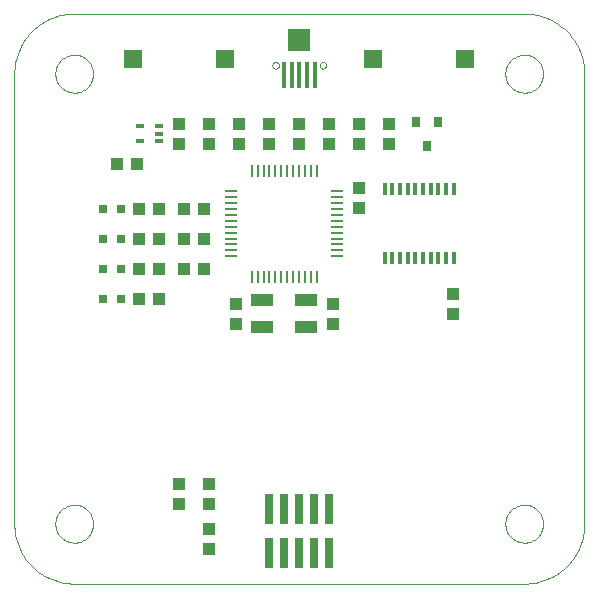
<source format=gtp>
G75*
G70*
%OFA0B0*%
%FSLAX24Y24*%
%IPPOS*%
%LPD*%
%AMOC8*
5,1,8,0,0,1.08239X$1,22.5*
%
%ADD10C,0.0000*%
%ADD11R,0.0079X0.0394*%
%ADD12R,0.0394X0.0079*%
%ADD13R,0.0157X0.0886*%
%ADD14R,0.0748X0.0748*%
%ADD15R,0.0433X0.0394*%
%ADD16R,0.0748X0.0433*%
%ADD17R,0.0394X0.0433*%
%ADD18R,0.0315X0.0315*%
%ADD19R,0.0591X0.0591*%
%ADD20R,0.0256X0.1024*%
%ADD21R,0.0120X0.0390*%
%ADD22R,0.0315X0.0354*%
%ADD23R,0.0295X0.0157*%
D10*
X000141Y002141D02*
X000141Y017141D01*
X001511Y017141D02*
X001513Y017191D01*
X001519Y017241D01*
X001529Y017290D01*
X001543Y017338D01*
X001560Y017385D01*
X001581Y017430D01*
X001606Y017474D01*
X001634Y017515D01*
X001666Y017554D01*
X001700Y017591D01*
X001737Y017625D01*
X001777Y017655D01*
X001819Y017682D01*
X001863Y017706D01*
X001909Y017727D01*
X001956Y017743D01*
X002004Y017756D01*
X002054Y017765D01*
X002103Y017770D01*
X002154Y017771D01*
X002204Y017768D01*
X002253Y017761D01*
X002302Y017750D01*
X002350Y017735D01*
X002396Y017717D01*
X002441Y017695D01*
X002484Y017669D01*
X002525Y017640D01*
X002564Y017608D01*
X002600Y017573D01*
X002632Y017535D01*
X002662Y017495D01*
X002689Y017452D01*
X002712Y017408D01*
X002731Y017362D01*
X002747Y017314D01*
X002759Y017265D01*
X002767Y017216D01*
X002771Y017166D01*
X002771Y017116D01*
X002767Y017066D01*
X002759Y017017D01*
X002747Y016968D01*
X002731Y016920D01*
X002712Y016874D01*
X002689Y016830D01*
X002662Y016787D01*
X002632Y016747D01*
X002600Y016709D01*
X002564Y016674D01*
X002525Y016642D01*
X002484Y016613D01*
X002441Y016587D01*
X002396Y016565D01*
X002350Y016547D01*
X002302Y016532D01*
X002253Y016521D01*
X002204Y016514D01*
X002154Y016511D01*
X002103Y016512D01*
X002054Y016517D01*
X002004Y016526D01*
X001956Y016539D01*
X001909Y016555D01*
X001863Y016576D01*
X001819Y016600D01*
X001777Y016627D01*
X001737Y016657D01*
X001700Y016691D01*
X001666Y016728D01*
X001634Y016767D01*
X001606Y016808D01*
X001581Y016852D01*
X001560Y016897D01*
X001543Y016944D01*
X001529Y016992D01*
X001519Y017041D01*
X001513Y017091D01*
X001511Y017141D01*
X000141Y017141D02*
X000143Y017236D01*
X000150Y017331D01*
X000161Y017426D01*
X000177Y017520D01*
X000197Y017613D01*
X000222Y017704D01*
X000251Y017795D01*
X000284Y017884D01*
X000322Y017972D01*
X000363Y018057D01*
X000409Y018141D01*
X000458Y018222D01*
X000512Y018301D01*
X000569Y018377D01*
X000630Y018451D01*
X000694Y018521D01*
X000761Y018588D01*
X000831Y018652D01*
X000905Y018713D01*
X000981Y018770D01*
X001060Y018824D01*
X001141Y018873D01*
X001225Y018919D01*
X001310Y018960D01*
X001398Y018998D01*
X001487Y019031D01*
X001578Y019060D01*
X001669Y019085D01*
X001762Y019105D01*
X001856Y019121D01*
X001951Y019132D01*
X002046Y019139D01*
X002141Y019141D01*
X017141Y019141D01*
X016511Y017141D02*
X016513Y017191D01*
X016519Y017241D01*
X016529Y017290D01*
X016543Y017338D01*
X016560Y017385D01*
X016581Y017430D01*
X016606Y017474D01*
X016634Y017515D01*
X016666Y017554D01*
X016700Y017591D01*
X016737Y017625D01*
X016777Y017655D01*
X016819Y017682D01*
X016863Y017706D01*
X016909Y017727D01*
X016956Y017743D01*
X017004Y017756D01*
X017054Y017765D01*
X017103Y017770D01*
X017154Y017771D01*
X017204Y017768D01*
X017253Y017761D01*
X017302Y017750D01*
X017350Y017735D01*
X017396Y017717D01*
X017441Y017695D01*
X017484Y017669D01*
X017525Y017640D01*
X017564Y017608D01*
X017600Y017573D01*
X017632Y017535D01*
X017662Y017495D01*
X017689Y017452D01*
X017712Y017408D01*
X017731Y017362D01*
X017747Y017314D01*
X017759Y017265D01*
X017767Y017216D01*
X017771Y017166D01*
X017771Y017116D01*
X017767Y017066D01*
X017759Y017017D01*
X017747Y016968D01*
X017731Y016920D01*
X017712Y016874D01*
X017689Y016830D01*
X017662Y016787D01*
X017632Y016747D01*
X017600Y016709D01*
X017564Y016674D01*
X017525Y016642D01*
X017484Y016613D01*
X017441Y016587D01*
X017396Y016565D01*
X017350Y016547D01*
X017302Y016532D01*
X017253Y016521D01*
X017204Y016514D01*
X017154Y016511D01*
X017103Y016512D01*
X017054Y016517D01*
X017004Y016526D01*
X016956Y016539D01*
X016909Y016555D01*
X016863Y016576D01*
X016819Y016600D01*
X016777Y016627D01*
X016737Y016657D01*
X016700Y016691D01*
X016666Y016728D01*
X016634Y016767D01*
X016606Y016808D01*
X016581Y016852D01*
X016560Y016897D01*
X016543Y016944D01*
X016529Y016992D01*
X016519Y017041D01*
X016513Y017091D01*
X016511Y017141D01*
X017141Y019141D02*
X017236Y019139D01*
X017331Y019132D01*
X017426Y019121D01*
X017520Y019105D01*
X017613Y019085D01*
X017704Y019060D01*
X017795Y019031D01*
X017884Y018998D01*
X017972Y018960D01*
X018057Y018919D01*
X018141Y018873D01*
X018222Y018824D01*
X018301Y018770D01*
X018377Y018713D01*
X018451Y018652D01*
X018521Y018588D01*
X018588Y018521D01*
X018652Y018451D01*
X018713Y018377D01*
X018770Y018301D01*
X018824Y018222D01*
X018873Y018141D01*
X018919Y018057D01*
X018960Y017972D01*
X018998Y017884D01*
X019031Y017795D01*
X019060Y017704D01*
X019085Y017613D01*
X019105Y017520D01*
X019121Y017426D01*
X019132Y017331D01*
X019139Y017236D01*
X019141Y017141D01*
X019141Y002141D01*
X016511Y002141D02*
X016513Y002191D01*
X016519Y002241D01*
X016529Y002290D01*
X016543Y002338D01*
X016560Y002385D01*
X016581Y002430D01*
X016606Y002474D01*
X016634Y002515D01*
X016666Y002554D01*
X016700Y002591D01*
X016737Y002625D01*
X016777Y002655D01*
X016819Y002682D01*
X016863Y002706D01*
X016909Y002727D01*
X016956Y002743D01*
X017004Y002756D01*
X017054Y002765D01*
X017103Y002770D01*
X017154Y002771D01*
X017204Y002768D01*
X017253Y002761D01*
X017302Y002750D01*
X017350Y002735D01*
X017396Y002717D01*
X017441Y002695D01*
X017484Y002669D01*
X017525Y002640D01*
X017564Y002608D01*
X017600Y002573D01*
X017632Y002535D01*
X017662Y002495D01*
X017689Y002452D01*
X017712Y002408D01*
X017731Y002362D01*
X017747Y002314D01*
X017759Y002265D01*
X017767Y002216D01*
X017771Y002166D01*
X017771Y002116D01*
X017767Y002066D01*
X017759Y002017D01*
X017747Y001968D01*
X017731Y001920D01*
X017712Y001874D01*
X017689Y001830D01*
X017662Y001787D01*
X017632Y001747D01*
X017600Y001709D01*
X017564Y001674D01*
X017525Y001642D01*
X017484Y001613D01*
X017441Y001587D01*
X017396Y001565D01*
X017350Y001547D01*
X017302Y001532D01*
X017253Y001521D01*
X017204Y001514D01*
X017154Y001511D01*
X017103Y001512D01*
X017054Y001517D01*
X017004Y001526D01*
X016956Y001539D01*
X016909Y001555D01*
X016863Y001576D01*
X016819Y001600D01*
X016777Y001627D01*
X016737Y001657D01*
X016700Y001691D01*
X016666Y001728D01*
X016634Y001767D01*
X016606Y001808D01*
X016581Y001852D01*
X016560Y001897D01*
X016543Y001944D01*
X016529Y001992D01*
X016519Y002041D01*
X016513Y002091D01*
X016511Y002141D01*
X017141Y000141D02*
X017236Y000143D01*
X017331Y000150D01*
X017426Y000161D01*
X017520Y000177D01*
X017613Y000197D01*
X017704Y000222D01*
X017795Y000251D01*
X017884Y000284D01*
X017972Y000322D01*
X018057Y000363D01*
X018141Y000409D01*
X018222Y000458D01*
X018301Y000512D01*
X018377Y000569D01*
X018451Y000630D01*
X018521Y000694D01*
X018588Y000761D01*
X018652Y000831D01*
X018713Y000905D01*
X018770Y000981D01*
X018824Y001060D01*
X018873Y001141D01*
X018919Y001225D01*
X018960Y001310D01*
X018998Y001398D01*
X019031Y001487D01*
X019060Y001578D01*
X019085Y001669D01*
X019105Y001762D01*
X019121Y001856D01*
X019132Y001951D01*
X019139Y002046D01*
X019141Y002141D01*
X017141Y000141D02*
X002141Y000141D01*
X001511Y002141D02*
X001513Y002191D01*
X001519Y002241D01*
X001529Y002290D01*
X001543Y002338D01*
X001560Y002385D01*
X001581Y002430D01*
X001606Y002474D01*
X001634Y002515D01*
X001666Y002554D01*
X001700Y002591D01*
X001737Y002625D01*
X001777Y002655D01*
X001819Y002682D01*
X001863Y002706D01*
X001909Y002727D01*
X001956Y002743D01*
X002004Y002756D01*
X002054Y002765D01*
X002103Y002770D01*
X002154Y002771D01*
X002204Y002768D01*
X002253Y002761D01*
X002302Y002750D01*
X002350Y002735D01*
X002396Y002717D01*
X002441Y002695D01*
X002484Y002669D01*
X002525Y002640D01*
X002564Y002608D01*
X002600Y002573D01*
X002632Y002535D01*
X002662Y002495D01*
X002689Y002452D01*
X002712Y002408D01*
X002731Y002362D01*
X002747Y002314D01*
X002759Y002265D01*
X002767Y002216D01*
X002771Y002166D01*
X002771Y002116D01*
X002767Y002066D01*
X002759Y002017D01*
X002747Y001968D01*
X002731Y001920D01*
X002712Y001874D01*
X002689Y001830D01*
X002662Y001787D01*
X002632Y001747D01*
X002600Y001709D01*
X002564Y001674D01*
X002525Y001642D01*
X002484Y001613D01*
X002441Y001587D01*
X002396Y001565D01*
X002350Y001547D01*
X002302Y001532D01*
X002253Y001521D01*
X002204Y001514D01*
X002154Y001511D01*
X002103Y001512D01*
X002054Y001517D01*
X002004Y001526D01*
X001956Y001539D01*
X001909Y001555D01*
X001863Y001576D01*
X001819Y001600D01*
X001777Y001627D01*
X001737Y001657D01*
X001700Y001691D01*
X001666Y001728D01*
X001634Y001767D01*
X001606Y001808D01*
X001581Y001852D01*
X001560Y001897D01*
X001543Y001944D01*
X001529Y001992D01*
X001519Y002041D01*
X001513Y002091D01*
X001511Y002141D01*
X000141Y002141D02*
X000143Y002046D01*
X000150Y001951D01*
X000161Y001856D01*
X000177Y001762D01*
X000197Y001669D01*
X000222Y001578D01*
X000251Y001487D01*
X000284Y001398D01*
X000322Y001310D01*
X000363Y001225D01*
X000409Y001141D01*
X000458Y001060D01*
X000512Y000981D01*
X000569Y000905D01*
X000630Y000831D01*
X000694Y000761D01*
X000761Y000694D01*
X000831Y000630D01*
X000905Y000569D01*
X000981Y000512D01*
X001060Y000458D01*
X001141Y000409D01*
X001225Y000363D01*
X001310Y000322D01*
X001398Y000284D01*
X001487Y000251D01*
X001578Y000222D01*
X001669Y000197D01*
X001762Y000177D01*
X001856Y000161D01*
X001951Y000150D01*
X002046Y000143D01*
X002141Y000141D01*
X008746Y017420D02*
X008748Y017440D01*
X008754Y017460D01*
X008763Y017478D01*
X008776Y017495D01*
X008791Y017508D01*
X008809Y017518D01*
X008829Y017525D01*
X008849Y017528D01*
X008869Y017527D01*
X008889Y017522D01*
X008908Y017514D01*
X008925Y017502D01*
X008939Y017487D01*
X008950Y017469D01*
X008958Y017450D01*
X008962Y017430D01*
X008962Y017410D01*
X008958Y017390D01*
X008950Y017371D01*
X008939Y017353D01*
X008925Y017338D01*
X008908Y017326D01*
X008889Y017318D01*
X008869Y017313D01*
X008849Y017312D01*
X008829Y017315D01*
X008809Y017322D01*
X008791Y017332D01*
X008776Y017345D01*
X008763Y017362D01*
X008754Y017380D01*
X008748Y017400D01*
X008746Y017420D01*
X010321Y017420D02*
X010323Y017440D01*
X010329Y017460D01*
X010338Y017478D01*
X010351Y017495D01*
X010366Y017508D01*
X010384Y017518D01*
X010404Y017525D01*
X010424Y017528D01*
X010444Y017527D01*
X010464Y017522D01*
X010483Y017514D01*
X010500Y017502D01*
X010514Y017487D01*
X010525Y017469D01*
X010533Y017450D01*
X010537Y017430D01*
X010537Y017410D01*
X010533Y017390D01*
X010525Y017371D01*
X010514Y017353D01*
X010500Y017338D01*
X010483Y017326D01*
X010464Y017318D01*
X010444Y017313D01*
X010424Y017312D01*
X010404Y017315D01*
X010384Y017322D01*
X010366Y017332D01*
X010351Y017345D01*
X010338Y017362D01*
X010329Y017380D01*
X010323Y017400D01*
X010321Y017420D01*
D11*
X010224Y013913D03*
X010027Y013913D03*
X009830Y013913D03*
X009633Y013913D03*
X009436Y013913D03*
X009240Y013913D03*
X009043Y013913D03*
X008846Y013913D03*
X008649Y013913D03*
X008452Y013913D03*
X008255Y013913D03*
X008058Y013913D03*
X008058Y010369D03*
X008255Y010369D03*
X008452Y010369D03*
X008649Y010369D03*
X008846Y010369D03*
X009043Y010369D03*
X009240Y010369D03*
X009436Y010369D03*
X009633Y010369D03*
X009830Y010369D03*
X010027Y010369D03*
X010224Y010369D03*
D12*
X010913Y011058D03*
X010913Y011255D03*
X010913Y011452D03*
X010913Y011649D03*
X010913Y011846D03*
X010913Y012043D03*
X010913Y012240D03*
X010913Y012436D03*
X010913Y012633D03*
X010913Y012830D03*
X010913Y013027D03*
X010913Y013224D03*
X007369Y013224D03*
X007369Y013027D03*
X007369Y012830D03*
X007369Y012633D03*
X007369Y012436D03*
X007369Y012240D03*
X007369Y012043D03*
X007369Y011846D03*
X007369Y011649D03*
X007369Y011452D03*
X007369Y011255D03*
X007369Y011058D03*
D13*
X009129Y017115D03*
X009385Y017115D03*
X009641Y017115D03*
X009897Y017115D03*
X010153Y017115D03*
D14*
X009641Y018266D03*
D15*
X009641Y015476D03*
X009641Y014806D03*
X008641Y014806D03*
X008641Y015476D03*
X007641Y015476D03*
X007641Y014806D03*
X006476Y012641D03*
X005806Y012641D03*
X004226Y014141D03*
X003556Y014141D03*
X005806Y010641D03*
X006476Y010641D03*
X010641Y014806D03*
X010641Y015476D03*
X011641Y015476D03*
X011641Y014806D03*
X012641Y014806D03*
X012641Y015476D03*
X006641Y003476D03*
X006641Y002806D03*
X006641Y001976D03*
X006641Y001306D03*
D16*
X008413Y008688D03*
X008413Y009594D03*
X009869Y009594D03*
X009869Y008688D03*
D17*
X010766Y008806D03*
X010766Y009476D03*
X011641Y012666D03*
X011641Y013336D03*
X014766Y009788D03*
X014766Y009119D03*
X007516Y008806D03*
X007516Y009476D03*
X006476Y011641D03*
X005806Y011641D03*
X004976Y011641D03*
X004306Y011641D03*
X004306Y010641D03*
X004976Y010641D03*
X004976Y009641D03*
X004306Y009641D03*
X004306Y012641D03*
X004976Y012641D03*
X005641Y014806D03*
X005641Y015476D03*
X006641Y015476D03*
X006641Y014806D03*
X005641Y003476D03*
X005641Y002806D03*
D18*
X003686Y009641D03*
X003096Y009641D03*
X003096Y010641D03*
X003686Y010641D03*
X003686Y011641D03*
X003096Y011641D03*
X003096Y012641D03*
X003686Y012641D03*
D19*
X004106Y017641D03*
X007177Y017641D03*
X012106Y017641D03*
X015177Y017641D03*
D20*
X010641Y002619D03*
X010141Y002619D03*
X009641Y002619D03*
X009141Y002619D03*
X008641Y002619D03*
X008641Y001163D03*
X009141Y001163D03*
X009641Y001163D03*
X010141Y001163D03*
X010641Y001163D03*
D21*
X012490Y010992D03*
X012745Y010992D03*
X013001Y010992D03*
X013257Y010992D03*
X013513Y010992D03*
X013769Y010992D03*
X014025Y010992D03*
X014281Y010992D03*
X014537Y010992D03*
X014793Y010992D03*
X014793Y013290D03*
X014537Y013290D03*
X014281Y013290D03*
X014025Y013290D03*
X013769Y013290D03*
X013513Y013290D03*
X013257Y013290D03*
X013001Y013290D03*
X012745Y013290D03*
X012490Y013290D03*
D22*
X013891Y014747D03*
X013517Y015535D03*
X014265Y015535D03*
D23*
X004966Y015397D03*
X004966Y015141D03*
X004966Y014885D03*
X004316Y014885D03*
X004316Y015397D03*
M02*

</source>
